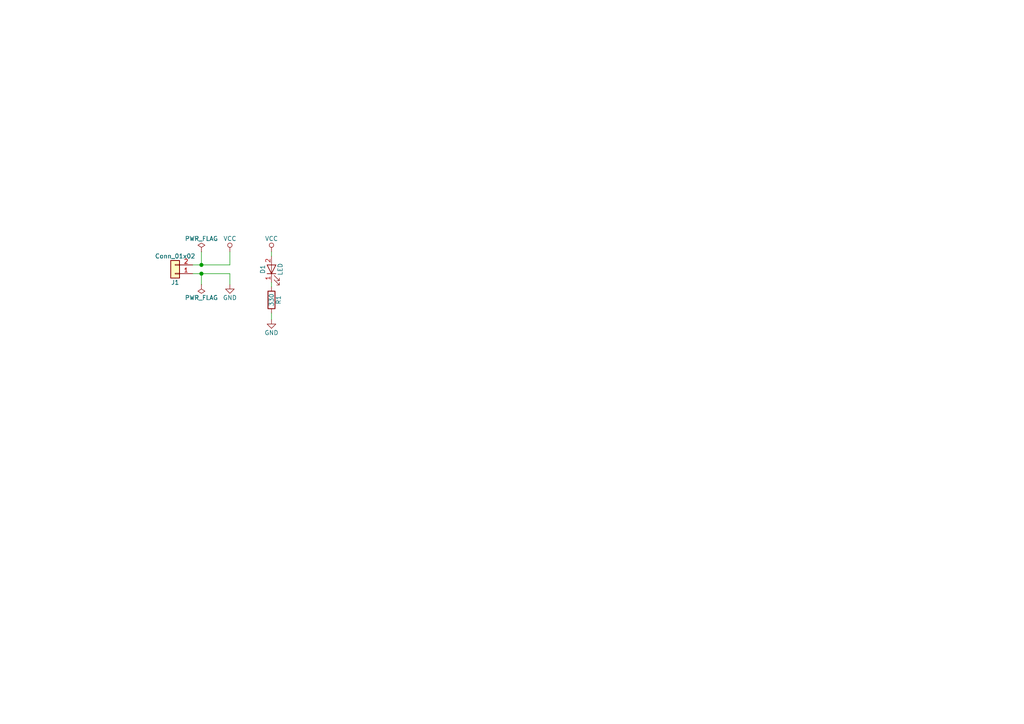
<source format=kicad_sch>
(kicad_sch (version 20211123) (generator eeschema)
  (paper "A4")
  (lib_symbols
    (symbol "missing-lib-rescue:Conn_01x02-kicad4-project-rescue" (pin_names (offset 1.016) hide)
      (property "Reference" "J" (at 0 2.54 0))
      (property "Value" "Conn_01x02-kicad4-project-rescue" (at 0 -5.08 0))
      (symbol "Conn_01x02-kicad4-project-rescue_1_1"
        (rectangle (start -1.27 -2.413) (end 0 -2.667) (stroke (width 0.1524)))
        (rectangle (start -1.27 0.127) (end 0 -0.127) (stroke (width 0.1524)))
        (rectangle (start -1.27 1.27) (end 1.27 -3.81) (stroke (width 0.254)) (fill (type background)))
        (pin passive line (at -5.08 0 0) (length 3.81) (name "Pin_1") (number "1"))
        (pin passive line (at -5.08 -2.54 0) (length 3.81) (name "Pin_2") (number "2"))
      )
    )
    (symbol "missing-lib-rescue:GND-kicad4-project-rescue" (power) (pin_names (offset 0))
      (property "Value" "GND-kicad4-project-rescue" (at 0 -3.81 0))
      (symbol "GND-kicad4-project-rescue_0_1"
        (polyline (pts (xy 0 0) (xy 0 -1.27) (xy 1.27 -1.27) (xy 0 -2.54) (xy -1.27 -1.27) (xy 0 -1.27)))
      )
      (symbol "GND-kicad4-project-rescue_1_1"
        (pin power_in line (at 0 0 270) (length 0) hide (name "GND") (number "1"))
      )
    )
    (symbol "missing-lib-rescue:LED-kicad4-project-rescue" (pin_names (offset 1.016) hide)
      (property "Reference" "D" (at 0 2.54 0))
      (property "Value" "LED-kicad4-project-rescue" (at 0 -2.54 0))
      (symbol "LED-kicad4-project-rescue_0_1"
        (polyline (pts (xy -1.27 -1.27) (xy -1.27 1.27)) (stroke (width 0.2032)))
        (polyline (pts (xy -1.27 0) (xy 1.27 0)))
        (polyline (pts (xy 1.27 -1.27) (xy 1.27 1.27) (xy -1.27 0) (xy 1.27 -1.27)) (stroke (width 0.2032)))
        (polyline (pts (xy -3.048 -0.762) (xy -4.572 -2.286) (xy -3.81 -2.286) (xy -4.572 -2.286) (xy -4.572 -1.524)))
        (polyline (pts (xy -1.778 -0.762) (xy -3.302 -2.286) (xy -2.54 -2.286) (xy -3.302 -2.286) (xy -3.302 -1.524)))
      )
      (symbol "LED-kicad4-project-rescue_1_1"
        (pin passive line (at -3.81 0 0) (length 2.54) (name "K") (number "1"))
        (pin passive line (at 3.81 0 180) (length 2.54) (name "A") (number "2"))
      )
    )
    (symbol "missing-lib-rescue:PWR_FLAG-kicad4-project-rescue" (power) (pin_numbers hide) (pin_names (offset 0) hide)
      (property "Value" "PWR_FLAG-kicad4-project-rescue" (at 0 3.81 0))
      (symbol "PWR_FLAG-kicad4-project-rescue_0_0"
        (pin power_out line (at 0 0 90) (length 0) (name "pwr") (number "1"))
      )
      (symbol "PWR_FLAG-kicad4-project-rescue_0_1"
        (polyline (pts (xy 0 0) (xy 0 1.27) (xy -1.016 1.905) (xy 0 2.54) (xy 1.016 1.905) (xy 0 1.27)))
      )
    )
    (symbol "missing-lib-rescue:R-kicad4-project-rescue" (pin_numbers hide) (pin_names (offset 0))
      (property "Reference" "R" (at 2.032 0 90))
      (property "Value" "R-kicad4-project-rescue" (at 0 0 90))
      (symbol "R-kicad4-project-rescue_0_1"
        (rectangle (start -1.016 -2.54) (end 1.016 2.54) (stroke (width 0.254)))
      )
      (symbol "R-kicad4-project-rescue_1_1"
        (pin passive line (at 0 3.81 270) (length 1.27) (name "~") (number "1"))
        (pin passive line (at 0 -3.81 90) (length 1.27) (name "~") (number "2"))
      )
    )
    (symbol "missing-lib-rescue:VCC-kicad4-project-rescue" (power) (pin_names (offset 0))
      (property "Value" "VCC-kicad4-project-rescue" (at 0 3.81 0))
      (symbol "VCC-kicad4-project-rescue_0_1"
        (polyline (pts (xy 0 0) (xy 0 1.27)))
        (circle (center 0 1.905) (radius 0.635))
      )
      (symbol "VCC-kicad4-project-rescue_1_1"
        (pin power_in line (at 0 0 90) (length 0) hide (name "VCC") (number "1"))
      )
    )
  )
  (junction (at 58.42 76.835) (diameter 1.016))
  (junction (at 58.42 79.375) (diameter 1.016))
  (wire (pts (xy 58.42 79.375) (xy 66.675 79.375)))
  (wire (pts (xy 78.74 73.025) (xy 78.74 74.295)))
  (wire (pts (xy 78.74 90.805) (xy 78.74 92.71)))
  (wire (pts (xy 58.42 73.025) (xy 58.42 76.835)))
  (wire (pts (xy 66.675 79.375) (xy 66.675 82.55)))
  (wire (pts (xy 66.675 76.835) (xy 66.675 73.025)))
  (wire (pts (xy 58.42 82.55) (xy 58.42 79.375)))
  (wire (pts (xy 55.88 79.375) (xy 58.42 79.375)))
  (wire (pts (xy 58.42 76.835) (xy 66.675 76.835)))
  (wire (pts (xy 78.74 81.915) (xy 78.74 83.185)))
  (wire (pts (xy 55.88 76.835) (xy 58.42 76.835)))
  (symbol (lib_id "missing-lib-rescue:R-kicad4-project-rescue") (at 78.74 86.995 0) (unit 1)
    (property "Reference" "R1" (at 80.772 86.995 90))
    (property "Value" "330" (at 78.74 86.995 90))
    (property "Footprint" "Resistor_SMD:R_0603_1608Metric" (effects hide))
  )
  (symbol (lib_id "missing-lib-rescue:LED-kicad4-project-rescue") (at 78.74 78.105 90) (unit 1)
    (property "Reference" "D1" (at 76.2 78.105 0))
    (property "Value" "LED" (at 81.28 78.105 0))
    (property "Footprint" "LED_SMD:LED_0805_2012Metric" (effects hide))
  )
  (symbol (lib_id "missing-lib-rescue:VCC-kicad4-project-rescue") (at 78.74 73.025 0) (unit 1)
    (property "Reference" "#PWR01" (effects hide))
    (property "Value" "VCC" (at 78.74 69.215 0))
  )
  (symbol (lib_id "missing-lib-rescue:Conn_01x02-kicad4-project-rescue") (at 50.8 79.375 180) (unit 1)
    (property "Reference" "J1" (at 50.8 81.915 0))
    (property "Value" "Conn_01x02" (at 50.8 74.295 0))
    (property "Footprint" "Connector_PinHeader_2.54mm:PinHeader_1x02_P2.54mm_Vertical" (effects hide))
  )
  (symbol (lib_id "missing-lib-rescue:VCC-kicad4-project-rescue") (at 66.675 73.025 0) (unit 1)
    (property "Reference" "#PWR02" (effects hide))
    (property "Value" "VCC" (at 66.675 69.215 0))
  )
  (symbol (lib_id "missing-lib-rescue:GND-kicad4-project-rescue") (at 66.675 82.55 0) (unit 1)
    (property "Reference" "#PWR03" (effects hide))
    (property "Value" "GND" (at 66.675 86.36 0))
  )
  (symbol (lib_id "missing-lib-rescue:PWR_FLAG-kicad4-project-rescue") (at 58.42 73.025 0) (unit 1)
    (property "Reference" "#FLG04" (effects hide))
    (property "Value" "PWR_FLAG" (at 58.42 69.215 0))
  )
  (symbol (lib_id "missing-lib-rescue:PWR_FLAG-kicad4-project-rescue") (at 58.42 82.55 180) (unit 1)
    (property "Reference" "#FLG05" (effects hide))
    (property "Value" "PWR_FLAG" (at 58.42 86.36 0))
  )
  (symbol (lib_id "missing-lib-rescue:GND-kicad4-project-rescue") (at 78.74 92.71 0) (unit 1)
    (property "Reference" "#PWR?" (effects hide))
    (property "Value" "GND" (at 78.74 96.52 0))
  )
)
</source>
